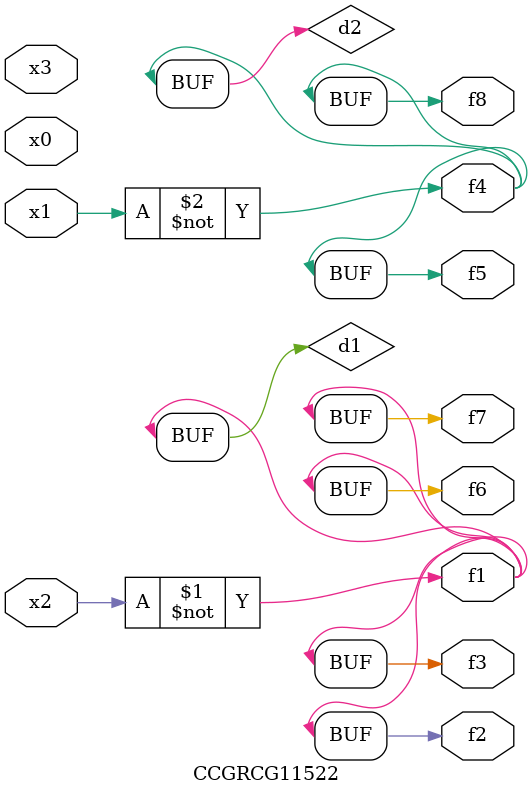
<source format=v>
module CCGRCG11522(
	input x0, x1, x2, x3,
	output f1, f2, f3, f4, f5, f6, f7, f8
);

	wire d1, d2;

	xnor (d1, x2);
	not (d2, x1);
	assign f1 = d1;
	assign f2 = d1;
	assign f3 = d1;
	assign f4 = d2;
	assign f5 = d2;
	assign f6 = d1;
	assign f7 = d1;
	assign f8 = d2;
endmodule

</source>
